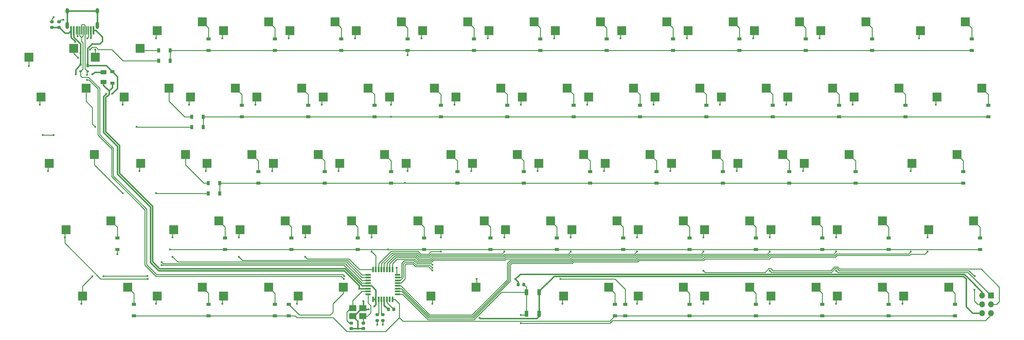
<source format=gbr>
G04 #@! TF.GenerationSoftware,KiCad,Pcbnew,(6.0.10)*
G04 #@! TF.CreationDate,2023-01-02T02:40:23+11:00*
G04 #@! TF.ProjectId,exp60,65787036-302e-46b6-9963-61645f706362,rev?*
G04 #@! TF.SameCoordinates,Original*
G04 #@! TF.FileFunction,Copper,L2,Bot*
G04 #@! TF.FilePolarity,Positive*
%FSLAX46Y46*%
G04 Gerber Fmt 4.6, Leading zero omitted, Abs format (unit mm)*
G04 Created by KiCad (PCBNEW (6.0.10)) date 2023-01-02 02:40:23*
%MOMM*%
%LPD*%
G01*
G04 APERTURE LIST*
G04 Aperture macros list*
%AMRoundRect*
0 Rectangle with rounded corners*
0 $1 Rounding radius*
0 $2 $3 $4 $5 $6 $7 $8 $9 X,Y pos of 4 corners*
0 Add a 4 corners polygon primitive as box body*
4,1,4,$2,$3,$4,$5,$6,$7,$8,$9,$2,$3,0*
0 Add four circle primitives for the rounded corners*
1,1,$1+$1,$2,$3*
1,1,$1+$1,$4,$5*
1,1,$1+$1,$6,$7*
1,1,$1+$1,$8,$9*
0 Add four rect primitives between the rounded corners*
20,1,$1+$1,$2,$3,$4,$5,0*
20,1,$1+$1,$4,$5,$6,$7,0*
20,1,$1+$1,$6,$7,$8,$9,0*
20,1,$1+$1,$8,$9,$2,$3,0*%
G04 Aperture macros list end*
G04 #@! TA.AperFunction,SMDPad,CuDef*
%ADD10R,2.550000X2.500000*%
G04 #@! TD*
G04 #@! TA.AperFunction,SMDPad,CuDef*
%ADD11R,1.200000X0.900000*%
G04 #@! TD*
G04 #@! TA.AperFunction,SMDPad,CuDef*
%ADD12R,2.100000X1.800000*%
G04 #@! TD*
G04 #@! TA.AperFunction,SMDPad,CuDef*
%ADD13R,0.700000X1.000000*%
G04 #@! TD*
G04 #@! TA.AperFunction,SMDPad,CuDef*
%ADD14R,0.700000X0.600000*%
G04 #@! TD*
G04 #@! TA.AperFunction,SMDPad,CuDef*
%ADD15R,0.900000X1.200000*%
G04 #@! TD*
G04 #@! TA.AperFunction,SMDPad,CuDef*
%ADD16RoundRect,0.200000X0.275000X-0.200000X0.275000X0.200000X-0.275000X0.200000X-0.275000X-0.200000X0*%
G04 #@! TD*
G04 #@! TA.AperFunction,SMDPad,CuDef*
%ADD17RoundRect,0.250000X0.625000X-0.375000X0.625000X0.375000X-0.625000X0.375000X-0.625000X-0.375000X0*%
G04 #@! TD*
G04 #@! TA.AperFunction,SMDPad,CuDef*
%ADD18RoundRect,0.225000X-0.250000X0.225000X-0.250000X-0.225000X0.250000X-0.225000X0.250000X0.225000X0*%
G04 #@! TD*
G04 #@! TA.AperFunction,SMDPad,CuDef*
%ADD19R,1.600000X0.550000*%
G04 #@! TD*
G04 #@! TA.AperFunction,SMDPad,CuDef*
%ADD20R,0.550000X1.600000*%
G04 #@! TD*
G04 #@! TA.AperFunction,ComponentPad*
%ADD21R,1.700000X1.700000*%
G04 #@! TD*
G04 #@! TA.AperFunction,ComponentPad*
%ADD22O,1.700000X1.700000*%
G04 #@! TD*
G04 #@! TA.AperFunction,SMDPad,CuDef*
%ADD23R,1.100000X1.800000*%
G04 #@! TD*
G04 #@! TA.AperFunction,SMDPad,CuDef*
%ADD24R,0.600000X2.450000*%
G04 #@! TD*
G04 #@! TA.AperFunction,SMDPad,CuDef*
%ADD25R,0.300000X2.450000*%
G04 #@! TD*
G04 #@! TA.AperFunction,ComponentPad*
%ADD26O,1.000000X2.100000*%
G04 #@! TD*
G04 #@! TA.AperFunction,ComponentPad*
%ADD27O,1.000000X1.600000*%
G04 #@! TD*
G04 #@! TA.AperFunction,SMDPad,CuDef*
%ADD28RoundRect,0.200000X-0.275000X0.200000X-0.275000X-0.200000X0.275000X-0.200000X0.275000X0.200000X0*%
G04 #@! TD*
G04 #@! TA.AperFunction,SMDPad,CuDef*
%ADD29RoundRect,0.225000X0.225000X0.250000X-0.225000X0.250000X-0.225000X-0.250000X0.225000X-0.250000X0*%
G04 #@! TD*
G04 #@! TA.AperFunction,SMDPad,CuDef*
%ADD30RoundRect,0.200000X0.200000X0.275000X-0.200000X0.275000X-0.200000X-0.275000X0.200000X-0.275000X0*%
G04 #@! TD*
G04 #@! TA.AperFunction,ViaPad*
%ADD31C,0.600000*%
G04 #@! TD*
G04 #@! TA.AperFunction,Conductor*
%ADD32C,0.250000*%
G04 #@! TD*
G04 #@! TA.AperFunction,Conductor*
%ADD33C,0.381000*%
G04 #@! TD*
G04 #@! TA.AperFunction,Conductor*
%ADD34C,0.261112*%
G04 #@! TD*
G04 APERTURE END LIST*
D10*
X120995000Y-109665000D03*
X133922000Y-107125000D03*
X144807500Y-128715000D03*
X157734500Y-126175000D03*
X163857500Y-128715000D03*
X176784500Y-126175000D03*
X328163750Y-128715000D03*
X341090750Y-126175000D03*
X268632500Y-166815000D03*
X281559500Y-164275000D03*
X173382500Y-147765000D03*
X186309500Y-145225000D03*
X135282500Y-147765000D03*
X148209500Y-145225000D03*
X130520000Y-90615000D03*
X143447000Y-88075000D03*
X151951250Y-166815000D03*
X164878250Y-164275000D03*
X332926250Y-147765000D03*
X345853250Y-145225000D03*
X216245000Y-109665000D03*
X229172000Y-107125000D03*
X330545000Y-90615000D03*
X343472000Y-88075000D03*
X190051250Y-166815000D03*
X202978250Y-164275000D03*
X297207500Y-128715000D03*
X310134500Y-126175000D03*
X225770000Y-90615000D03*
X238697000Y-88075000D03*
X228151250Y-166815000D03*
X241078250Y-164275000D03*
X85276250Y-147765000D03*
X98203250Y-145225000D03*
X106590000Y-95695000D03*
X93663000Y-98235000D03*
X106707500Y-128715000D03*
X119634500Y-126175000D03*
X78132500Y-109665000D03*
X91059500Y-107125000D03*
X111470000Y-166815000D03*
X124397000Y-164275000D03*
X149570000Y-90615000D03*
X162497000Y-88075000D03*
X90038750Y-166815000D03*
X102965750Y-164275000D03*
X159095000Y-109665000D03*
X172022000Y-107125000D03*
X282920000Y-90615000D03*
X295847000Y-88075000D03*
X235295000Y-109665000D03*
X248222000Y-107125000D03*
X192432500Y-147765000D03*
X205359500Y-145225000D03*
X268632500Y-147765000D03*
X281559500Y-145225000D03*
X292445000Y-109665000D03*
X305372000Y-107125000D03*
X287682500Y-147765000D03*
X300609500Y-145225000D03*
X130520000Y-166815000D03*
X143447000Y-164275000D03*
X335307500Y-109665000D03*
X348234500Y-107125000D03*
X244820000Y-90615000D03*
X257747000Y-88075000D03*
X259107500Y-128715000D03*
X272034500Y-126175000D03*
X263870000Y-90615000D03*
X276797000Y-88075000D03*
X278157500Y-128715000D03*
X291084500Y-126175000D03*
X301970000Y-90615000D03*
X314897000Y-88075000D03*
X125757500Y-128715000D03*
X138684500Y-126175000D03*
X101945000Y-109665000D03*
X114872000Y-107125000D03*
X273395000Y-109665000D03*
X286322000Y-107125000D03*
X168620000Y-90615000D03*
X181547000Y-88075000D03*
X249582500Y-147765000D03*
X262509500Y-145225000D03*
X211482500Y-147765000D03*
X224409500Y-145225000D03*
X306732500Y-147765000D03*
X319659500Y-145225000D03*
X249582500Y-166815000D03*
X262509500Y-164275000D03*
X116232500Y-147765000D03*
X129159500Y-145225000D03*
X111470000Y-90615000D03*
X124397000Y-88075000D03*
X287682500Y-166815000D03*
X300609500Y-164275000D03*
X80513750Y-128715000D03*
X93440750Y-126175000D03*
X311495000Y-109665000D03*
X324422000Y-107125000D03*
X197195000Y-109665000D03*
X210122000Y-107125000D03*
X325782500Y-166815000D03*
X338709500Y-164275000D03*
X201957500Y-128715000D03*
X214884500Y-126175000D03*
X87540000Y-95695000D03*
X74613000Y-98235000D03*
X206720000Y-90615000D03*
X219647000Y-88075000D03*
X230532500Y-147765000D03*
X243459500Y-145225000D03*
X182907500Y-128715000D03*
X195834500Y-126175000D03*
X306732500Y-166815000D03*
X319659500Y-164275000D03*
X140045000Y-109665000D03*
X152972000Y-107125000D03*
X240057500Y-128715000D03*
X252984500Y-126175000D03*
X187670000Y-90615000D03*
X200597000Y-88075000D03*
X178145000Y-109665000D03*
X191072000Y-107125000D03*
X221007500Y-128715000D03*
X233934500Y-126175000D03*
X254345000Y-109665000D03*
X267272000Y-107125000D03*
X154332500Y-147765000D03*
X167259500Y-145225000D03*
D11*
X98631250Y-102431250D03*
X98631250Y-105731250D03*
X269081250Y-115355000D03*
X269081250Y-112055000D03*
X302418750Y-172505000D03*
X302418750Y-169205000D03*
X197643750Y-134405000D03*
X197643750Y-131105000D03*
D12*
X170518750Y-172600000D03*
X167618750Y-172600000D03*
X167618750Y-170300000D03*
X170518750Y-170300000D03*
D11*
X211931250Y-115355000D03*
X211931250Y-112055000D03*
D13*
X91487500Y-100606250D03*
D14*
X91487500Y-102306250D03*
X89487500Y-102306250D03*
X89487500Y-100406250D03*
D11*
X288131250Y-115355000D03*
X288131250Y-112055000D03*
X273843750Y-134405000D03*
X273843750Y-131105000D03*
X307181250Y-115355000D03*
X307181250Y-112055000D03*
X345281250Y-96305000D03*
X345281250Y-93005000D03*
X283368750Y-172505000D03*
X283368750Y-169205000D03*
X202406250Y-96305000D03*
X202406250Y-93005000D03*
D15*
X129443750Y-137350000D03*
X126143750Y-137350000D03*
D16*
X83250000Y-89725000D03*
X83250000Y-88075000D03*
D11*
X230981250Y-115355000D03*
X230981250Y-112055000D03*
D15*
X115156250Y-96300000D03*
X111856250Y-96300000D03*
D11*
X207168750Y-153455000D03*
X207168750Y-150155000D03*
X350043750Y-115355000D03*
X350043750Y-112055000D03*
X183356250Y-96305000D03*
X183356250Y-93005000D03*
D17*
X96050000Y-105381250D03*
X96050000Y-102581250D03*
D11*
X242887500Y-172505000D03*
X242887500Y-169205000D03*
X104775000Y-172505000D03*
X104775000Y-169205000D03*
X126206250Y-96305000D03*
X126206250Y-93005000D03*
D18*
X167175000Y-174643750D03*
X167175000Y-176193750D03*
D11*
X145256250Y-172505000D03*
X145256250Y-169205000D03*
X321468750Y-172505000D03*
X321468750Y-169205000D03*
D19*
X171962500Y-166312500D03*
X171962500Y-165512500D03*
X171962500Y-164712500D03*
X171962500Y-163912500D03*
X171962500Y-163112500D03*
X171962500Y-162312500D03*
X171962500Y-161512500D03*
X171962500Y-160712500D03*
D20*
X173412500Y-159262500D03*
X174212500Y-159262500D03*
X175012500Y-159262500D03*
X175812500Y-159262500D03*
X176612500Y-159262500D03*
X177412500Y-159262500D03*
X178212500Y-159262500D03*
X179012500Y-159262500D03*
D19*
X180462500Y-160712500D03*
X180462500Y-161512500D03*
X180462500Y-162312500D03*
X180462500Y-163112500D03*
X180462500Y-163912500D03*
X180462500Y-164712500D03*
X180462500Y-165512500D03*
X180462500Y-166312500D03*
D20*
X179012500Y-167762500D03*
X178212500Y-167762500D03*
X177412500Y-167762500D03*
X176612500Y-167762500D03*
X175812500Y-167762500D03*
X175012500Y-167762500D03*
X174212500Y-167762500D03*
X173412500Y-167762500D03*
D11*
X100012500Y-153455000D03*
X100012500Y-150155000D03*
X342900000Y-134405000D03*
X342900000Y-131105000D03*
X245268750Y-153455000D03*
X245268750Y-150155000D03*
X159543750Y-134405000D03*
X159543750Y-131105000D03*
X226218750Y-153455000D03*
X226218750Y-150155000D03*
X173831250Y-115355000D03*
X173831250Y-112055000D03*
D21*
X350837500Y-166687500D03*
D22*
X348297500Y-166687500D03*
X350837500Y-169227500D03*
X348297500Y-169227500D03*
X350837500Y-171767500D03*
X348297500Y-171767500D03*
D15*
X124681250Y-118300000D03*
X121381250Y-118300000D03*
D11*
X321468750Y-153455000D03*
X321468750Y-150155000D03*
X254793750Y-134405000D03*
X254793750Y-131105000D03*
X154781250Y-115355000D03*
X154781250Y-112055000D03*
X311943750Y-134405000D03*
X311943750Y-131105000D03*
D18*
X170656250Y-174643750D03*
X170656250Y-176193750D03*
D11*
X149225000Y-172505000D03*
X149225000Y-169205000D03*
X164306250Y-96305000D03*
X164306250Y-93005000D03*
X240506250Y-96305000D03*
X240506250Y-93005000D03*
X297656250Y-96305000D03*
X297656250Y-93005000D03*
X347662500Y-153455000D03*
X347662500Y-150155000D03*
D23*
X217431250Y-171962500D03*
X217431250Y-165762500D03*
X221131250Y-165762500D03*
X221131250Y-171962500D03*
D24*
X86755000Y-90548650D03*
X87530000Y-90548650D03*
D25*
X88230000Y-90548650D03*
X88730000Y-90548650D03*
X89230000Y-90548650D03*
X89730000Y-90548650D03*
X90230000Y-90548650D03*
X90730000Y-90548650D03*
X91230000Y-90548650D03*
X91730000Y-90548650D03*
D24*
X92430000Y-90548650D03*
X93205000Y-90548650D03*
D26*
X94300000Y-89133650D03*
X85660000Y-89133650D03*
D27*
X85660000Y-84953650D03*
X94300000Y-84953650D03*
D11*
X188118750Y-153455000D03*
X188118750Y-150155000D03*
X126206250Y-172505000D03*
X126206250Y-169205000D03*
X259556250Y-96305000D03*
X259556250Y-93005000D03*
D28*
X174625000Y-172212500D03*
X174625000Y-173862500D03*
D11*
X145256250Y-96305000D03*
X145256250Y-93005000D03*
D15*
X129443750Y-134400000D03*
X126143750Y-134400000D03*
D11*
X169068750Y-153455000D03*
X169068750Y-150155000D03*
X283368750Y-153455000D03*
X283368750Y-150155000D03*
X140493750Y-134405000D03*
X140493750Y-131105000D03*
X216693750Y-134405000D03*
X216693750Y-131105000D03*
D15*
X124681250Y-115350000D03*
X121381250Y-115350000D03*
D11*
X340518750Y-172505000D03*
X340518750Y-169205000D03*
X130968750Y-153455000D03*
X130968750Y-150155000D03*
X316706250Y-96305000D03*
X316706250Y-93005000D03*
X150018750Y-153455000D03*
X150018750Y-150155000D03*
X235743750Y-134405000D03*
X235743750Y-131105000D03*
X292893750Y-134405000D03*
X292893750Y-131105000D03*
X250031250Y-115355000D03*
X250031250Y-112055000D03*
D16*
X81280000Y-89725000D03*
X81280000Y-88075000D03*
D11*
X178593750Y-134405000D03*
X178593750Y-131105000D03*
X221456250Y-96305000D03*
X221456250Y-93005000D03*
X264318750Y-172505000D03*
X264318750Y-169205000D03*
D28*
X176212500Y-172212500D03*
X176212500Y-173862500D03*
D11*
X192881250Y-115355000D03*
X192881250Y-112055000D03*
X264318750Y-153455000D03*
X264318750Y-150155000D03*
X278606250Y-96305000D03*
X278606250Y-93005000D03*
X302418750Y-153455000D03*
X302418750Y-150155000D03*
D29*
X179368750Y-170656250D03*
X177818750Y-170656250D03*
D15*
X115156250Y-99250000D03*
X111856250Y-99250000D03*
D11*
X245837500Y-172505000D03*
X245837500Y-169205000D03*
D30*
X216725000Y-163512500D03*
X215075000Y-163512500D03*
D11*
X135731250Y-115355000D03*
X135731250Y-112055000D03*
X326231250Y-115355000D03*
X326231250Y-112055000D03*
D31*
X172179892Y-170630680D03*
X204018257Y-173104427D03*
X92868750Y-94456250D03*
X176897253Y-169796000D03*
X169475000Y-164712500D03*
X87906471Y-93862279D03*
X96837500Y-108743750D03*
X170656250Y-168275000D03*
X98516029Y-108743750D03*
X214267786Y-161969714D03*
X173740221Y-169771471D03*
X88797500Y-98425000D03*
X92177500Y-96043750D03*
X93662500Y-118268750D03*
X105568750Y-118268750D03*
X111125000Y-137318750D03*
X101600000Y-137318750D03*
X203200000Y-161925000D03*
X227181750Y-161925000D03*
X92868750Y-103187500D03*
X92450000Y-92750000D03*
X89487500Y-97043750D03*
X88106250Y-103187500D03*
X292100000Y-111918750D03*
X301625000Y-92868750D03*
X306387500Y-169068750D03*
X306387500Y-150018750D03*
X296862500Y-130968750D03*
X306387500Y-159543750D03*
X306387500Y-154079500D03*
X263525000Y-92868750D03*
X268287500Y-159543750D03*
X268287500Y-150018750D03*
X268287500Y-154079500D03*
X254000000Y-111918750D03*
X268287500Y-169068750D03*
X258762500Y-130968750D03*
X287337500Y-150018750D03*
X287337500Y-159543750D03*
X277812500Y-130968750D03*
X287337500Y-169068750D03*
X287337500Y-154079500D03*
X346075000Y-165100000D03*
X346119714Y-161086536D03*
X273050000Y-111918750D03*
X282575000Y-92868750D03*
X215900000Y-172243750D03*
X215900000Y-174625000D03*
X112712500Y-157956250D03*
X77787500Y-111918750D03*
X108743750Y-161925000D03*
X74612500Y-100806250D03*
X80168750Y-130968750D03*
X84931250Y-150018750D03*
X108699036Y-161086536D03*
X112712500Y-157117786D03*
X89693750Y-169068750D03*
X93662500Y-96043750D03*
X92868750Y-161131250D03*
X78581250Y-120650000D03*
X96043750Y-161131250D03*
X81756250Y-120650000D03*
X101600000Y-111918750D03*
X115887500Y-155575000D03*
X111125000Y-169068750D03*
X106362500Y-130968750D03*
X115887500Y-150018750D03*
X111125000Y-92868750D03*
X125412500Y-130968750D03*
X130175000Y-169068750D03*
X120650000Y-111918750D03*
X130175000Y-92868750D03*
X134937500Y-155575000D03*
X134937500Y-150018750D03*
X149225000Y-92868750D03*
X144462500Y-130968750D03*
X153987500Y-155575000D03*
X139700000Y-111918750D03*
X151606250Y-169068750D03*
X153987500Y-150018750D03*
X173037500Y-154079500D03*
X168275000Y-92868750D03*
X158750000Y-111918750D03*
X163512500Y-130968750D03*
X173037500Y-150018750D03*
X183356250Y-130968750D03*
X190500000Y-169068750D03*
X178593750Y-111918750D03*
X187325000Y-92868750D03*
X192881250Y-150018750D03*
X192881250Y-154079500D03*
X196850000Y-111918750D03*
X201612500Y-130968750D03*
X211137500Y-150018750D03*
X211137500Y-154079500D03*
X206375000Y-92868750D03*
X230187500Y-150018750D03*
X225425000Y-92868750D03*
X230187500Y-154079500D03*
X220662500Y-130968750D03*
X215900000Y-111918750D03*
X227806250Y-169068750D03*
X239712500Y-130968750D03*
X249237500Y-154079500D03*
X249237500Y-169068750D03*
X249237500Y-150018750D03*
X234950000Y-111918750D03*
X244475000Y-92868750D03*
X311150000Y-111918750D03*
X327818750Y-154079500D03*
X325437500Y-169068750D03*
X327818750Y-130968750D03*
X334962500Y-111918750D03*
X330200000Y-92868750D03*
X332581250Y-154079500D03*
X332581250Y-150018750D03*
X177800000Y-153455000D03*
X115093750Y-153450000D03*
X180181250Y-158750000D03*
X100012500Y-154781250D03*
X190500000Y-157900030D03*
X182562500Y-134350000D03*
X178593750Y-115350000D03*
X190500000Y-158699533D03*
X190500000Y-159499036D03*
X183356250Y-97631250D03*
X91281250Y-104775000D03*
X176212500Y-175021875D03*
X165100000Y-161925000D03*
X91281250Y-103351194D03*
X165145766Y-161079731D03*
X174625000Y-175021875D03*
X91360056Y-92868750D03*
X81756250Y-86750000D03*
X84500000Y-87500000D03*
X88630002Y-92277047D03*
D32*
X179368750Y-170656250D02*
X177412500Y-168700000D01*
X177412500Y-168700000D02*
X177412500Y-167762500D01*
D33*
X91487500Y-95757235D02*
X91487500Y-100606250D01*
X169475000Y-163881936D02*
X165136814Y-159543750D01*
X96806250Y-100606250D02*
X91487500Y-100606250D01*
X165136814Y-159543750D02*
X111918750Y-159543750D01*
X167618750Y-172600000D02*
X169068750Y-174050000D01*
X96043750Y-109537500D02*
X96837500Y-108743750D01*
X177757503Y-170656250D02*
X177818750Y-170656250D01*
X167918750Y-172600000D02*
X167618750Y-172600000D01*
X176897253Y-169796000D02*
X177757503Y-170656250D01*
X342900000Y-161131250D02*
X343693750Y-161925000D01*
X343693750Y-169862500D02*
X345598750Y-171767500D01*
X221131250Y-171962500D02*
X221131250Y-165762500D01*
X170656250Y-168275000D02*
X170656250Y-170162500D01*
X93205000Y-90548650D02*
X93886000Y-90548650D01*
X167175000Y-176193750D02*
X170656250Y-176193750D01*
X172179892Y-170630680D02*
X170849430Y-170630680D01*
X204166830Y-173253000D02*
X220460158Y-173253000D01*
X100012500Y-123825000D02*
X96043750Y-119856250D01*
X109537500Y-141287500D02*
X100012500Y-131762500D01*
X92868750Y-94456250D02*
X92788485Y-94456250D01*
X92883001Y-94470501D02*
X92868750Y-94456250D01*
X221131250Y-165425000D02*
X225425000Y-161131250D01*
X95740501Y-93699899D02*
X94969899Y-94470501D01*
X170518750Y-170300000D02*
X170218750Y-170300000D01*
X111918750Y-159543750D02*
X109537500Y-157162500D01*
X220460158Y-173253000D02*
X221131250Y-172581908D01*
X94969899Y-94470501D02*
X92883001Y-94470501D01*
X86755000Y-90548650D02*
X86755000Y-92556658D01*
X170656250Y-170162500D02*
X170518750Y-170300000D01*
X96043750Y-119856250D02*
X96043750Y-109537500D01*
X84931250Y-91281250D02*
X86022400Y-91281250D01*
X100012500Y-107247279D02*
X98516029Y-108743750D01*
X176612500Y-169511247D02*
X176612500Y-167762500D01*
X92788485Y-94456250D02*
X91487500Y-95757235D01*
X98631250Y-102431250D02*
X96806250Y-100606250D01*
X100012500Y-131762500D02*
X100012500Y-123825000D01*
X170218750Y-170300000D02*
X167918750Y-172600000D01*
X81280000Y-89725000D02*
X83250000Y-89725000D01*
X93886000Y-90548650D02*
X95740501Y-92403151D01*
X86755000Y-92556658D02*
X87906471Y-93708129D01*
X169475000Y-164712500D02*
X169475000Y-163881936D01*
X221131250Y-172581908D02*
X221131250Y-171962500D01*
X204018257Y-173104427D02*
X204166830Y-173253000D01*
X343693750Y-161925000D02*
X343693750Y-169862500D01*
X87906471Y-93708129D02*
X87906471Y-93862279D01*
X345598750Y-171767500D02*
X348297500Y-171767500D01*
X225425000Y-161131250D02*
X342900000Y-161131250D01*
X83250000Y-89725000D02*
X83375000Y-89725000D01*
X169068750Y-174050000D02*
X169068750Y-176212500D01*
X86022400Y-91281250D02*
X86755000Y-90548650D01*
X98631250Y-102431250D02*
X100012500Y-103812500D01*
X100012500Y-103812500D02*
X100012500Y-107247279D01*
X109537500Y-157162500D02*
X109537500Y-141287500D01*
X169475000Y-164712500D02*
X171962500Y-164712500D01*
X170849430Y-170630680D02*
X170518750Y-170300000D01*
X95740501Y-92403151D02*
X95740501Y-93699899D01*
X83375000Y-89725000D02*
X84931250Y-91281250D01*
X176897253Y-169796000D02*
X176612500Y-169511247D01*
X221131250Y-165762500D02*
X221131250Y-165425000D01*
D32*
X171962500Y-168787500D02*
X172804892Y-169629892D01*
X172804892Y-169629892D02*
X172804892Y-171613858D01*
X170656250Y-174643750D02*
X170656250Y-172737500D01*
X170656250Y-172737500D02*
X170518750Y-172600000D01*
X171962500Y-166312500D02*
X171962500Y-168787500D01*
X172804892Y-171613858D02*
X171818750Y-172600000D01*
X171818750Y-172600000D02*
X170518750Y-172600000D01*
X165893750Y-173831250D02*
X165893750Y-171450000D01*
X166706250Y-174643750D02*
X165893750Y-173831250D01*
X167618750Y-168075000D02*
X167618750Y-170300000D01*
X171962500Y-165512500D02*
X170181250Y-165512500D01*
X167043750Y-170300000D02*
X167618750Y-170300000D01*
X165893750Y-171450000D02*
X167043750Y-170300000D01*
X170181250Y-165512500D02*
X167618750Y-168075000D01*
X167175000Y-174643750D02*
X166706250Y-174643750D01*
D33*
X170327222Y-163912500D02*
X171962500Y-163912500D01*
X215075000Y-162776928D02*
X214267786Y-161969714D01*
X97123515Y-109434250D02*
X96968658Y-109434250D01*
X96050000Y-105381250D02*
X96050000Y-106368750D01*
X215687250Y-160550250D02*
X343140658Y-160550250D01*
X97631250Y-107950000D02*
X98631250Y-106950000D01*
X344274750Y-161712250D02*
X348297500Y-165735000D01*
X174212500Y-169299192D02*
X173740221Y-169771471D01*
X174212500Y-165112500D02*
X173012500Y-163912500D01*
X165377472Y-158962750D02*
X170327222Y-163912500D01*
X348297500Y-165735000D02*
X348297500Y-166687500D01*
X96050000Y-106368750D02*
X97631250Y-107950000D01*
X215075000Y-163512500D02*
X215075000Y-162776928D01*
X174212500Y-167762500D02*
X174212500Y-165112500D01*
X110118500Y-156921842D02*
X112159408Y-158962750D01*
X174212500Y-167762500D02*
X174212500Y-169299192D01*
X96624750Y-119615592D02*
X100593500Y-123584342D01*
X98631250Y-106950000D02*
X98631250Y-105731250D01*
X100593500Y-123584342D02*
X100593500Y-131521842D01*
X173412500Y-167762500D02*
X174212500Y-167762500D01*
X110118500Y-141046842D02*
X110118500Y-156921842D01*
X173012500Y-163912500D02*
X171962500Y-163912500D01*
X214267786Y-161969714D02*
X215687250Y-160550250D01*
X100593500Y-131521842D02*
X110118500Y-141046842D01*
X112159408Y-158962750D02*
X165377472Y-158962750D01*
X343140658Y-160550250D02*
X344274750Y-161684342D01*
X96624750Y-109778158D02*
X96624750Y-119615592D01*
X97631250Y-108926515D02*
X97123515Y-109434250D01*
X96968658Y-109434250D02*
X96624750Y-109778158D01*
X97631250Y-107950000D02*
X97631250Y-108926515D01*
X344274750Y-161684342D02*
X344274750Y-161712250D01*
D32*
X98425000Y-96043750D02*
X101631250Y-99250000D01*
X87540000Y-97167500D02*
X87540000Y-95695000D01*
X88797500Y-98425000D02*
X87540000Y-97167500D01*
X94546384Y-96043750D02*
X98425000Y-96043750D01*
X92177500Y-96043750D02*
X92802500Y-95418750D01*
X101631250Y-99250000D02*
X111856250Y-99250000D01*
X93921384Y-95418750D02*
X94546384Y-96043750D01*
X92802500Y-95418750D02*
X93921384Y-95418750D01*
X111856250Y-96300000D02*
X107195000Y-96300000D01*
X107195000Y-96300000D02*
X106590000Y-95695000D01*
X126206250Y-93005000D02*
X126206250Y-89884250D01*
X126206250Y-89884250D02*
X124397000Y-88075000D01*
X145256250Y-89884250D02*
X143447000Y-88075000D01*
X145256250Y-93005000D02*
X145256250Y-89884250D01*
X164306250Y-89884250D02*
X162497000Y-88075000D01*
X164306250Y-93005000D02*
X164306250Y-89884250D01*
X183356250Y-93005000D02*
X183356250Y-89884250D01*
X183356250Y-89884250D02*
X181547000Y-88075000D01*
X202406250Y-93005000D02*
X202406250Y-89884250D01*
X202406250Y-89884250D02*
X200597000Y-88075000D01*
X221456250Y-93005000D02*
X221456250Y-89884250D01*
X221456250Y-89884250D02*
X219647000Y-88075000D01*
X240506250Y-93005000D02*
X240506250Y-89884250D01*
X240506250Y-89884250D02*
X238697000Y-88075000D01*
X259556250Y-93005000D02*
X259556250Y-89884250D01*
X259556250Y-89884250D02*
X257747000Y-88075000D01*
X278606250Y-93005000D02*
X278606250Y-89884250D01*
X278606250Y-89884250D02*
X276797000Y-88075000D01*
X297656250Y-93005000D02*
X297656250Y-89884250D01*
X297656250Y-89884250D02*
X295847000Y-88075000D01*
X316706250Y-93005000D02*
X316706250Y-89884250D01*
X316706250Y-89884250D02*
X314897000Y-88075000D01*
X345281250Y-89884250D02*
X343472000Y-88075000D01*
X345281250Y-93005000D02*
X345281250Y-89884250D01*
X105568750Y-118268750D02*
X105600000Y-118300000D01*
X91059500Y-110903250D02*
X92868750Y-112712500D01*
X91059500Y-107125000D02*
X91059500Y-110903250D01*
X92868750Y-112712500D02*
X92868750Y-117475000D01*
X92868750Y-117475000D02*
X93662500Y-118268750D01*
X105600000Y-118300000D02*
X121381250Y-118300000D01*
X121381250Y-115350000D02*
X119318750Y-115350000D01*
X119318750Y-115350000D02*
X114872000Y-110903250D01*
X114872000Y-110903250D02*
X114872000Y-107125000D01*
X135731250Y-112055000D02*
X135731250Y-108934250D01*
X135731250Y-108934250D02*
X133922000Y-107125000D01*
X154781250Y-112055000D02*
X154781250Y-108934250D01*
X154781250Y-108934250D02*
X152972000Y-107125000D01*
X173831250Y-112055000D02*
X173831250Y-108934250D01*
X173831250Y-108934250D02*
X172022000Y-107125000D01*
X192881250Y-112055000D02*
X192881250Y-108934250D01*
X192881250Y-108934250D02*
X191072000Y-107125000D01*
X211931250Y-112055000D02*
X211931250Y-108934250D01*
X211931250Y-108934250D02*
X210122000Y-107125000D01*
X230981250Y-108934250D02*
X229172000Y-107125000D01*
X230981250Y-112055000D02*
X230981250Y-108934250D01*
X250031250Y-112055000D02*
X250031250Y-108934250D01*
X250031250Y-108934250D02*
X248222000Y-107125000D01*
X269081250Y-108934250D02*
X267272000Y-107125000D01*
X269081250Y-112055000D02*
X269081250Y-108934250D01*
X288131250Y-112055000D02*
X288131250Y-108934250D01*
X288131250Y-108934250D02*
X286322000Y-107125000D01*
X307181250Y-108934250D02*
X305372000Y-107125000D01*
X307181250Y-112055000D02*
X307181250Y-108934250D01*
X326231250Y-112055000D02*
X326231250Y-108934250D01*
X326231250Y-108934250D02*
X324422000Y-107125000D01*
X350043750Y-112055000D02*
X350043750Y-108934250D01*
X350043750Y-108934250D02*
X348234500Y-107125000D01*
X93440750Y-129159500D02*
X93440750Y-126175000D01*
X101600000Y-137318750D02*
X93440750Y-129159500D01*
X111156250Y-137350000D02*
X126143750Y-137350000D01*
X111125000Y-137318750D02*
X111156250Y-137350000D01*
X119634500Y-126175000D02*
X119634500Y-129159500D01*
X119634500Y-129159500D02*
X124875000Y-134400000D01*
X124875000Y-134400000D02*
X126143750Y-134400000D01*
X140493750Y-131105000D02*
X140493750Y-127984250D01*
X140493750Y-127984250D02*
X138684500Y-126175000D01*
X159543750Y-127984250D02*
X157734500Y-126175000D01*
X159543750Y-131105000D02*
X159543750Y-127984250D01*
X178593750Y-131105000D02*
X178593750Y-127984250D01*
X178593750Y-127984250D02*
X176784500Y-126175000D01*
X197643750Y-127984250D02*
X195834500Y-126175000D01*
X197643750Y-131105000D02*
X197643750Y-127984250D01*
X216693750Y-127984250D02*
X214884500Y-126175000D01*
X216693750Y-131105000D02*
X216693750Y-127984250D01*
X235743750Y-127984250D02*
X233934500Y-126175000D01*
X235743750Y-131105000D02*
X235743750Y-127984250D01*
X254793750Y-131105000D02*
X254793750Y-127984250D01*
X254793750Y-127984250D02*
X252984500Y-126175000D01*
X273843750Y-131105000D02*
X273843750Y-127984250D01*
X273843750Y-127984250D02*
X272034500Y-126175000D01*
X292893750Y-127984250D02*
X291084500Y-126175000D01*
X292893750Y-131105000D02*
X292893750Y-127984250D01*
X311943750Y-131105000D02*
X311943750Y-127984250D01*
X311943750Y-127984250D02*
X310134500Y-126175000D01*
X342900000Y-131105000D02*
X342900000Y-127984250D01*
X342900000Y-127984250D02*
X341090750Y-126175000D01*
X100012500Y-150155000D02*
X100012500Y-147034250D01*
X100012500Y-147034250D02*
X98203250Y-145225000D01*
X130968750Y-150155000D02*
X130968750Y-147034250D01*
X130968750Y-147034250D02*
X129159500Y-145225000D01*
X150018750Y-147034250D02*
X148209500Y-145225000D01*
X150018750Y-150155000D02*
X150018750Y-147034250D01*
X169068750Y-147034250D02*
X167259500Y-145225000D01*
X169068750Y-150155000D02*
X169068750Y-147034250D01*
X188118750Y-147034250D02*
X186309500Y-145225000D01*
X188118750Y-150155000D02*
X188118750Y-147034250D01*
X207168750Y-147034250D02*
X205359500Y-145225000D01*
X207168750Y-150155000D02*
X207168750Y-147034250D01*
X226218750Y-147034250D02*
X224409500Y-145225000D01*
X226218750Y-150155000D02*
X226218750Y-147034250D01*
X245268750Y-150155000D02*
X245268750Y-147034250D01*
X245268750Y-147034250D02*
X243459500Y-145225000D01*
X264318750Y-150155000D02*
X264318750Y-147034250D01*
X264318750Y-147034250D02*
X262509500Y-145225000D01*
X283368750Y-147034250D02*
X281559500Y-145225000D01*
X283368750Y-150155000D02*
X283368750Y-147034250D01*
X302418750Y-147034250D02*
X300609500Y-145225000D01*
X302418750Y-150155000D02*
X302418750Y-147034250D01*
X321468750Y-150155000D02*
X321468750Y-147034250D01*
X321468750Y-147034250D02*
X319659500Y-145225000D01*
X347662500Y-150155000D02*
X347662500Y-147034250D01*
X347662500Y-147034250D02*
X345853250Y-145225000D01*
X104775000Y-166084250D02*
X102965750Y-164275000D01*
X104775000Y-169205000D02*
X104775000Y-166084250D01*
X126206250Y-169205000D02*
X126206250Y-166084250D01*
X126206250Y-166084250D02*
X124397000Y-164275000D01*
X145256250Y-166084250D02*
X143447000Y-164275000D01*
X145256250Y-169205000D02*
X145256250Y-166084250D01*
X161925000Y-169068750D02*
X164878250Y-166115500D01*
X152263750Y-172243750D02*
X161131250Y-172243750D01*
X164878250Y-166115500D02*
X164878250Y-164275000D01*
X161925000Y-171450000D02*
X161925000Y-169068750D01*
X149225000Y-169205000D02*
X152263750Y-172243750D01*
X161131250Y-172243750D02*
X161925000Y-171450000D01*
X203200000Y-164053250D02*
X202978250Y-164275000D01*
X242887500Y-161925000D02*
X245837500Y-164875000D01*
X227181750Y-161925000D02*
X242887500Y-161925000D01*
X245837500Y-164875000D02*
X245837500Y-169205000D01*
X203200000Y-161925000D02*
X203200000Y-164053250D01*
X242887500Y-169205000D02*
X242887500Y-166084250D01*
X242887500Y-166084250D02*
X241078250Y-164275000D01*
X264318750Y-169205000D02*
X264318750Y-166084250D01*
X264318750Y-166084250D02*
X262509500Y-164275000D01*
X283368750Y-169205000D02*
X283368750Y-166084250D01*
X283368750Y-166084250D02*
X281559500Y-164275000D01*
X302418750Y-169205000D02*
X302418750Y-166084250D01*
X302418750Y-166084250D02*
X300609500Y-164275000D01*
X321468750Y-169205000D02*
X321468750Y-166084250D01*
X321468750Y-166084250D02*
X319659500Y-164275000D01*
X340518750Y-169205000D02*
X340518750Y-166084250D01*
X340518750Y-166084250D02*
X338709500Y-164275000D01*
D33*
X87530000Y-92510000D02*
X89487500Y-94467500D01*
X93475000Y-102581250D02*
X96050000Y-102581250D01*
D32*
X92430000Y-92730000D02*
X92450000Y-92750000D01*
D33*
X88106250Y-103187500D02*
X88106250Y-101787500D01*
X88106250Y-101787500D02*
X89487500Y-100406250D01*
X92868750Y-103187500D02*
X93475000Y-102581250D01*
X92430000Y-90548650D02*
X92430000Y-92730000D01*
X87530000Y-90548650D02*
X87530000Y-92510000D01*
X89487500Y-94467500D02*
X89487500Y-100406250D01*
D32*
X292100000Y-111918750D02*
X292100000Y-110010000D01*
X296862500Y-130968750D02*
X296862500Y-129060000D01*
X230681334Y-156131250D02*
X230231334Y-156581250D01*
X306387500Y-169068750D02*
X306387500Y-167160000D01*
X201843442Y-172243750D02*
X189706250Y-172243750D01*
X249452938Y-155681250D02*
X249002938Y-156131250D01*
X267958542Y-155681250D02*
X249452938Y-155681250D01*
X181375000Y-163912500D02*
X180462500Y-163912500D01*
X189706250Y-172243750D02*
X181375000Y-163912500D01*
X292100000Y-110010000D02*
X292445000Y-109665000D01*
X301625000Y-92868750D02*
X301625000Y-90960000D01*
X306387500Y-150018750D02*
X306387500Y-148110000D01*
X301625000Y-90960000D02*
X301970000Y-90615000D01*
X306387500Y-148110000D02*
X306732500Y-147765000D01*
X305685750Y-154781250D02*
X287272146Y-154781250D01*
X211931250Y-157477208D02*
X211931250Y-162155942D01*
X344184750Y-160034750D02*
X350837500Y-166687500D01*
X306387500Y-154079500D02*
X305685750Y-154781250D01*
X268408542Y-155231250D02*
X267958542Y-155681250D01*
X212827208Y-156581250D02*
X211931250Y-157477208D01*
X286822146Y-155231250D02*
X268408542Y-155231250D01*
X249002938Y-156131250D02*
X230681334Y-156131250D01*
X230231334Y-156581250D02*
X212827208Y-156581250D01*
X296862500Y-129060000D02*
X297207500Y-128715000D01*
X306878500Y-160034750D02*
X344184750Y-160034750D01*
X287272146Y-154781250D02*
X286822146Y-155231250D01*
X306387500Y-167160000D02*
X306732500Y-166815000D01*
X306387500Y-159543750D02*
X306878500Y-160034750D01*
X211931250Y-162155942D02*
X201843442Y-172243750D01*
X263525000Y-92868750D02*
X263525000Y-90960000D01*
X268778500Y-160034750D02*
X285962616Y-160034750D01*
X267585750Y-154781250D02*
X249080146Y-154781250D01*
X258762500Y-130968750D02*
X258762500Y-129060000D01*
X249080146Y-154781250D02*
X248630146Y-155231250D01*
X178212500Y-157543750D02*
X178212500Y-159262500D01*
X268287500Y-169068750D02*
X268287500Y-167160000D01*
X348006250Y-159093750D02*
X353218750Y-164306250D01*
X254000000Y-110010000D02*
X254345000Y-109665000D01*
X185598791Y-155787500D02*
X179968750Y-155787500D01*
X307457780Y-159093750D02*
X348006250Y-159093750D01*
X287078616Y-158918750D02*
X287596384Y-158918750D01*
X353218750Y-164306250D02*
X353218750Y-168433750D01*
X268287500Y-150018750D02*
X268287500Y-148110000D01*
X268287500Y-167160000D02*
X268632500Y-166815000D01*
X288221384Y-159543750D02*
X304867220Y-159543750D01*
X186392541Y-156581250D02*
X185598791Y-155787500D01*
X285962616Y-160034750D02*
X287078616Y-158918750D01*
X353218750Y-168433750D02*
X352425000Y-169227500D01*
X248630146Y-155231250D02*
X230308542Y-155231250D01*
X352425000Y-169227500D02*
X350837500Y-169227500D01*
X179968750Y-155787500D02*
X178212500Y-157543750D01*
X190100959Y-156581250D02*
X186392541Y-156581250D01*
X190627709Y-156054500D02*
X190100959Y-156581250D01*
X305942220Y-158468750D02*
X306832780Y-158468750D01*
X268287500Y-154079500D02*
X267585750Y-154781250D01*
X254000000Y-111918750D02*
X254000000Y-110010000D01*
X229858542Y-155681250D02*
X211510292Y-155681250D01*
X268287500Y-159543750D02*
X268778500Y-160034750D01*
X230308542Y-155231250D02*
X229858542Y-155681250D01*
X211137042Y-156054500D02*
X190627709Y-156054500D01*
X304867220Y-159543750D02*
X305942220Y-158468750D01*
X263525000Y-90960000D02*
X263870000Y-90615000D01*
X268287500Y-148110000D02*
X268632500Y-147765000D01*
X258762500Y-129060000D02*
X259107500Y-128715000D01*
X211510292Y-155681250D02*
X211137042Y-156054500D01*
X287596384Y-158918750D02*
X288221384Y-159543750D01*
X306832780Y-158468750D02*
X307457780Y-159093750D01*
X347027500Y-169227500D02*
X348297500Y-169227500D01*
X287337500Y-154079500D02*
X286635750Y-154781250D01*
X287337500Y-148110000D02*
X287682500Y-147765000D01*
X248816542Y-155681250D02*
X230494938Y-155681250D01*
X273050000Y-110010000D02*
X273395000Y-109665000D01*
X287337500Y-167160000D02*
X287682500Y-166815000D01*
X346075000Y-165100000D02*
X346075000Y-168275000D01*
X344487500Y-159543750D02*
X346075000Y-161131250D01*
X286635750Y-154781250D02*
X268222146Y-154781250D01*
X230494938Y-155681250D02*
X230044938Y-156131250D01*
X268222146Y-154781250D02*
X267772146Y-155231250D01*
X307271384Y-159543750D02*
X344487500Y-159543750D01*
X179012500Y-157537500D02*
X179012500Y-159262500D01*
X190814105Y-156504500D02*
X190287355Y-157031250D01*
X346075000Y-168275000D02*
X347027500Y-169227500D01*
X249266542Y-155231250D02*
X248816542Y-155681250D01*
X211696688Y-156131250D02*
X211323438Y-156504500D01*
X282575000Y-90960000D02*
X282920000Y-90615000D01*
X190287355Y-157031250D02*
X186206145Y-157031250D01*
X287828500Y-160034750D02*
X305012616Y-160034750D01*
X282575000Y-92868750D02*
X282575000Y-90960000D01*
X305012616Y-160034750D02*
X306128616Y-158918750D01*
X211323438Y-156504500D02*
X190814105Y-156504500D01*
X185412395Y-156237500D02*
X180312500Y-156237500D01*
X267772146Y-155231250D02*
X249266542Y-155231250D01*
X287337500Y-159543750D02*
X287828500Y-160034750D01*
X277812500Y-129060000D02*
X278157500Y-128715000D01*
X306128616Y-158918750D02*
X306646384Y-158918750D01*
X287337500Y-169068750D02*
X287337500Y-167160000D01*
X180312500Y-156237500D02*
X179012500Y-157537500D01*
X306646384Y-158918750D02*
X307271384Y-159543750D01*
X230044938Y-156131250D02*
X211696688Y-156131250D01*
X287337500Y-150018750D02*
X287337500Y-148110000D01*
X273050000Y-111918750D02*
X273050000Y-110010000D01*
X186206145Y-157031250D02*
X185412395Y-156237500D01*
X277812500Y-130968750D02*
X277812500Y-129060000D01*
X189147062Y-173593750D02*
X202402630Y-173593750D01*
X217431250Y-164218750D02*
X216725000Y-163512500D01*
X350837500Y-172243750D02*
X350837500Y-171767500D01*
X180462500Y-166312500D02*
X181865812Y-166312500D01*
X202402630Y-173593750D02*
X210233880Y-165762500D01*
X217431250Y-165762500D02*
X217431250Y-164218750D01*
X241403896Y-174625000D02*
X242197646Y-173831250D01*
X215900000Y-172243750D02*
X217150000Y-172243750D01*
X217150000Y-172243750D02*
X217431250Y-171962500D01*
X349250000Y-173831250D02*
X350837500Y-172243750D01*
X210233880Y-165762500D02*
X217431250Y-165762500D01*
X242197646Y-173831250D02*
X349250000Y-173831250D01*
X215900000Y-174625000D02*
X241403896Y-174625000D01*
X217431250Y-165762500D02*
X217431250Y-171962500D01*
X181865812Y-166312500D02*
X189147062Y-173593750D01*
X80168750Y-129060000D02*
X80513750Y-128715000D01*
X112712500Y-157956250D02*
X165100000Y-157956250D01*
X165100000Y-157956250D02*
X170256250Y-163112500D01*
X170256250Y-163112500D02*
X171962500Y-163112500D01*
X80168750Y-130968750D02*
X80168750Y-129060000D01*
X84931250Y-150018750D02*
X84931250Y-148110000D01*
X84931250Y-151606250D02*
X84931250Y-150018750D01*
X74612500Y-98235500D02*
X74613000Y-98235000D01*
X77787500Y-110010000D02*
X78132500Y-109665000D01*
X108743750Y-161925000D02*
X95250000Y-161925000D01*
X95250000Y-161925000D02*
X84931250Y-151606250D01*
X84931250Y-148110000D02*
X85276250Y-147765000D01*
X77787500Y-111918750D02*
X77787500Y-110010000D01*
X74612500Y-100806250D02*
X74612500Y-98235500D01*
X93663000Y-98235000D02*
X93663000Y-96044250D01*
X90038750Y-163961250D02*
X90038750Y-166815000D01*
X170250000Y-162312500D02*
X171962500Y-162312500D01*
X165443750Y-157506250D02*
X170250000Y-162312500D01*
X113146384Y-157506250D02*
X165443750Y-157506250D01*
X112712500Y-157156747D02*
X112796881Y-157156747D01*
X92868750Y-161131250D02*
X90038750Y-163961250D01*
X108699036Y-161086536D02*
X96088464Y-161086536D01*
X93663000Y-96044250D02*
X93662500Y-96043750D01*
X89693750Y-169068750D02*
X89693750Y-167160000D01*
X96088464Y-161086536D02*
X96043750Y-161131250D01*
X81756250Y-120650000D02*
X78581250Y-120650000D01*
X112796881Y-157156747D02*
X113146384Y-157506250D01*
X89693750Y-167160000D02*
X90038750Y-166815000D01*
X101600000Y-111918750D02*
X101600000Y-110010000D01*
X165787500Y-157056250D02*
X170243750Y-161512500D01*
X101600000Y-110010000D02*
X101945000Y-109665000D01*
X115887500Y-150018750D02*
X115887500Y-148110000D01*
X170243750Y-161512500D02*
X171962500Y-161512500D01*
X106362500Y-129060000D02*
X106707500Y-128715000D01*
X115887500Y-155575000D02*
X117368750Y-157056250D01*
X115887500Y-148110000D02*
X116232500Y-147765000D01*
X111125000Y-169068750D02*
X111125000Y-167160000D01*
X111125000Y-90960000D02*
X111470000Y-90615000D01*
X117368750Y-157056250D02*
X165787500Y-157056250D01*
X111125000Y-167160000D02*
X111470000Y-166815000D01*
X111125000Y-92868750D02*
X111125000Y-90960000D01*
X106362500Y-130968750D02*
X106362500Y-129060000D01*
X130175000Y-169068750D02*
X130175000Y-167160000D01*
X134937500Y-148110000D02*
X135282500Y-147765000D01*
X130175000Y-167160000D02*
X130520000Y-166815000D01*
X125412500Y-130968750D02*
X125412500Y-129060000D01*
X170237500Y-160712500D02*
X171962500Y-160712500D01*
X166131250Y-156606250D02*
X170237500Y-160712500D01*
X135968750Y-156606250D02*
X166131250Y-156606250D01*
X134937500Y-155575000D02*
X135968750Y-156606250D01*
X130175000Y-90960000D02*
X130520000Y-90615000D01*
X125412500Y-129060000D02*
X125757500Y-128715000D01*
X134937500Y-150018750D02*
X134937500Y-148110000D01*
X120650000Y-110010000D02*
X120995000Y-109665000D01*
X120650000Y-111918750D02*
X120650000Y-110010000D01*
X130175000Y-92868750D02*
X130175000Y-90960000D01*
X139700000Y-110010000D02*
X140045000Y-109665000D01*
X151606250Y-169068750D02*
X151606250Y-167160000D01*
X139700000Y-111918750D02*
X139700000Y-110010000D01*
X153987500Y-155575000D02*
X154568750Y-156156250D01*
X144462500Y-130968750D02*
X144462500Y-129060000D01*
X169581250Y-159262500D02*
X173412500Y-159262500D01*
X153987500Y-148110000D02*
X154332500Y-147765000D01*
X166475000Y-156156250D02*
X169581250Y-159262500D01*
X149225000Y-90960000D02*
X149570000Y-90615000D01*
X153987500Y-150018750D02*
X153987500Y-148110000D01*
X144462500Y-129060000D02*
X144807500Y-128715000D01*
X154568750Y-156156250D02*
X166475000Y-156156250D01*
X151606250Y-167160000D02*
X151951250Y-166815000D01*
X149225000Y-92868750D02*
X149225000Y-90960000D01*
X168275000Y-90960000D02*
X168620000Y-90615000D01*
X168275000Y-92868750D02*
X168275000Y-90960000D01*
X174212500Y-155254500D02*
X173037500Y-154079500D01*
X158750000Y-111918750D02*
X158750000Y-110010000D01*
X163512500Y-130968750D02*
X163512500Y-129060000D01*
X173037500Y-148110000D02*
X173382500Y-147765000D01*
X174212500Y-159262500D02*
X174212500Y-155254500D01*
X158750000Y-110010000D02*
X159095000Y-109665000D01*
X173037500Y-150018750D02*
X173037500Y-148110000D01*
X163512500Y-129060000D02*
X163857500Y-128715000D01*
X190057125Y-154079500D02*
X189355375Y-154781250D01*
X192881250Y-150018750D02*
X192881250Y-148213750D01*
X187325000Y-92868750D02*
X187325000Y-90960000D01*
X178593750Y-110113750D02*
X178145000Y-109665000D01*
X192881250Y-148213750D02*
X192432500Y-147765000D01*
X186344375Y-153987500D02*
X178593750Y-153987500D01*
X175012500Y-157568750D02*
X175012500Y-159262500D01*
X189355375Y-154781250D02*
X187138125Y-154781250D01*
X178593750Y-111918750D02*
X178593750Y-110113750D01*
X190500000Y-169068750D02*
X190500000Y-167263750D01*
X183356250Y-130968750D02*
X183356250Y-129163750D01*
X187138125Y-154781250D02*
X186344375Y-153987500D01*
X183356250Y-129163750D02*
X182907500Y-128715000D01*
X190500000Y-167263750D02*
X190051250Y-166815000D01*
X192881250Y-154079500D02*
X190057125Y-154079500D01*
X178593750Y-153987500D02*
X175012500Y-157568750D01*
X187325000Y-90960000D02*
X187670000Y-90615000D01*
X186157979Y-154437500D02*
X178937500Y-154437500D01*
X201612500Y-129060000D02*
X201957500Y-128715000D01*
X211137500Y-150018750D02*
X211137500Y-148110000D01*
X196850000Y-111918750D02*
X196850000Y-110010000D01*
X196850000Y-110010000D02*
X197195000Y-109665000D01*
X206375000Y-90960000D02*
X206720000Y-90615000D01*
X211137500Y-154079500D02*
X210512500Y-154704500D01*
X189541771Y-155231250D02*
X186951729Y-155231250D01*
X175812500Y-157562500D02*
X175812500Y-159262500D01*
X186951729Y-155231250D02*
X186157979Y-154437500D01*
X178937500Y-154437500D02*
X175812500Y-157562500D01*
X190068521Y-154704500D02*
X189541771Y-155231250D01*
X201612500Y-130968750D02*
X201612500Y-129060000D01*
X210512500Y-154704500D02*
X190068521Y-154704500D01*
X206375000Y-92868750D02*
X206375000Y-90960000D01*
X211137500Y-148110000D02*
X211482500Y-147765000D01*
X229485750Y-154781250D02*
X211137500Y-154781250D01*
X211137500Y-154781250D02*
X210764250Y-155154500D01*
X220662500Y-129060000D02*
X221007500Y-128715000D01*
X190254917Y-155154500D02*
X189728167Y-155681250D01*
X210764250Y-155154500D02*
X190254917Y-155154500D01*
X230187500Y-150018750D02*
X230187500Y-148110000D01*
X225425000Y-90960000D02*
X225770000Y-90615000D01*
X185971583Y-154887500D02*
X179281250Y-154887500D01*
X215900000Y-111918750D02*
X215900000Y-110010000D01*
X227806250Y-169068750D02*
X227806250Y-167160000D01*
X220662500Y-130968750D02*
X220662500Y-129060000D01*
X227806250Y-167160000D02*
X228151250Y-166815000D01*
X186765333Y-155681250D02*
X185971583Y-154887500D01*
X215900000Y-110010000D02*
X216245000Y-109665000D01*
X225425000Y-92868750D02*
X225425000Y-90960000D01*
X230187500Y-154079500D02*
X229485750Y-154781250D01*
X176612500Y-157556250D02*
X176612500Y-159262500D01*
X230187500Y-148110000D02*
X230532500Y-147765000D01*
X189728167Y-155681250D02*
X186765333Y-155681250D01*
X179281250Y-154887500D02*
X176612500Y-157556250D01*
X244475000Y-92868750D02*
X244475000Y-90960000D01*
X248443750Y-154781250D02*
X230122146Y-154781250D01*
X229672146Y-155231250D02*
X211323896Y-155231250D01*
X249237500Y-169068750D02*
X249237500Y-167160000D01*
X210950646Y-155604500D02*
X190441313Y-155604500D01*
X249145500Y-154079500D02*
X248443750Y-154781250D01*
X239712500Y-129060000D02*
X240057500Y-128715000D01*
X239712500Y-130968750D02*
X239712500Y-129060000D01*
X249237500Y-148110000D02*
X249582500Y-147765000D01*
X211323896Y-155231250D02*
X210950646Y-155604500D01*
X185785187Y-155337500D02*
X179625000Y-155337500D01*
X249237500Y-154079500D02*
X249145500Y-154079500D01*
X179625000Y-155337500D02*
X177412500Y-157550000D01*
X189914563Y-156131250D02*
X186578937Y-156131250D01*
X234950000Y-110010000D02*
X235295000Y-109665000D01*
X230122146Y-154781250D02*
X229672146Y-155231250D01*
X249237500Y-167160000D02*
X249582500Y-166815000D01*
X177412500Y-157550000D02*
X177412500Y-159262500D01*
X234950000Y-111918750D02*
X234950000Y-110010000D01*
X190441313Y-155604500D02*
X189914563Y-156131250D01*
X249237500Y-150018750D02*
X249237500Y-148110000D01*
X244475000Y-90960000D02*
X244820000Y-90615000D01*
X186578937Y-156131250D02*
X185785187Y-155337500D01*
X311150000Y-111918750D02*
X311150000Y-110010000D01*
X306464250Y-154704500D02*
X305937500Y-155231250D01*
X311150000Y-110010000D02*
X311495000Y-109665000D01*
X181538604Y-164712500D02*
X180462500Y-164712500D01*
X325437500Y-167160000D02*
X325782500Y-166815000D01*
X268594938Y-155681250D02*
X268144938Y-156131250D01*
X249189334Y-156581250D02*
X230867730Y-156581250D01*
X287008542Y-155681250D02*
X268594938Y-155681250D01*
X305937500Y-155231250D02*
X287458542Y-155231250D01*
X213013604Y-157031250D02*
X212381250Y-157663604D01*
X327193750Y-154704500D02*
X306464250Y-154704500D01*
X325437500Y-169068750D02*
X325437500Y-167160000D01*
X287458542Y-155231250D02*
X287008542Y-155681250D01*
X189519854Y-172693750D02*
X181538604Y-164712500D01*
X230867730Y-156581250D02*
X230417730Y-157031250D01*
X327818750Y-154079500D02*
X327193750Y-154704500D01*
X212381250Y-157663604D02*
X212381250Y-162342338D01*
X268144938Y-156131250D02*
X249639334Y-156131250D01*
X230417730Y-157031250D02*
X213013604Y-157031250D01*
X327818750Y-129060000D02*
X328163750Y-128715000D01*
X212381250Y-162342338D02*
X202029838Y-172693750D01*
X327818750Y-130968750D02*
X327818750Y-129060000D01*
X249639334Y-156131250D02*
X249189334Y-156581250D01*
X202029838Y-172693750D02*
X189519854Y-172693750D01*
X287644938Y-155681250D02*
X287194938Y-156131250D01*
X249825730Y-156581250D02*
X249375730Y-157031250D01*
X268331334Y-156581250D02*
X249825730Y-156581250D01*
X212831250Y-157850000D02*
X212831250Y-162528734D01*
X334962500Y-110010000D02*
X335307500Y-109665000D01*
X306123896Y-155681250D02*
X287644938Y-155681250D01*
X330200000Y-92868750D02*
X330200000Y-90960000D01*
X230604126Y-157481250D02*
X213200000Y-157481250D01*
X306650646Y-155154500D02*
X306123896Y-155681250D01*
X331879500Y-154781250D02*
X327753396Y-154781250D01*
X332581250Y-148110000D02*
X332926250Y-147765000D01*
X327753396Y-154781250D02*
X327380146Y-155154500D01*
X332581250Y-150018750D02*
X332581250Y-148110000D01*
X181702208Y-165512500D02*
X180462500Y-165512500D01*
X330200000Y-90960000D02*
X330545000Y-90615000D01*
X202216234Y-173143750D02*
X189333458Y-173143750D01*
X334962500Y-111918750D02*
X334962500Y-110010000D01*
X212831250Y-162528734D02*
X202216234Y-173143750D01*
X213200000Y-157481250D02*
X212831250Y-157850000D01*
X287194938Y-156131250D02*
X268781334Y-156131250D01*
X189333458Y-173143750D02*
X181702208Y-165512500D01*
X332581250Y-154079500D02*
X331879500Y-154781250D01*
X327380146Y-155154500D02*
X306650646Y-155154500D01*
X231054126Y-157031250D02*
X230604126Y-157481250D01*
X268781334Y-156131250D02*
X268331334Y-156581250D01*
X249375730Y-157031250D02*
X231054126Y-157031250D01*
X283368750Y-172505000D02*
X302418750Y-172505000D01*
X181981250Y-174043750D02*
X180975000Y-173037500D01*
X126206250Y-172505000D02*
X145256250Y-172505000D01*
X104775000Y-172505000D02*
X126206250Y-172505000D01*
X241392500Y-174000000D02*
X202632776Y-174000000D01*
X202632776Y-174000000D02*
X202589026Y-174043750D01*
X165893750Y-177006250D02*
X177006250Y-177006250D01*
X202589026Y-174043750D02*
X181981250Y-174043750D01*
X242887500Y-172505000D02*
X241392500Y-174000000D01*
X302418750Y-172505000D02*
X321468750Y-172505000D01*
X179668750Y-167762500D02*
X179012500Y-167762500D01*
X321468750Y-172505000D02*
X340518750Y-172505000D01*
X242887500Y-172505000D02*
X245837500Y-172505000D01*
X245837500Y-172505000D02*
X264318750Y-172505000D01*
X151073750Y-172505000D02*
X151606250Y-173037500D01*
X180975000Y-169068750D02*
X179668750Y-167762500D01*
X161925000Y-173037500D02*
X165893750Y-177006250D01*
X177006250Y-177006250D02*
X180975000Y-173037500D01*
X283368750Y-172505000D02*
X264318750Y-172505000D01*
X149225000Y-172505000D02*
X151073750Y-172505000D01*
X180975000Y-173037500D02*
X180975000Y-169068750D01*
X145256250Y-172505000D02*
X149225000Y-172505000D01*
X151606250Y-173037500D02*
X161925000Y-173037500D01*
X180181250Y-158750000D02*
X180181250Y-160431250D01*
X150018750Y-153455000D02*
X130968750Y-153455000D01*
X188118750Y-153455000D02*
X169068750Y-153455000D01*
X302418750Y-153455000D02*
X321468750Y-153455000D01*
X115098750Y-153455000D02*
X115093750Y-153450000D01*
X264318750Y-153455000D02*
X283368750Y-153455000D01*
X180181250Y-160431250D02*
X180462500Y-160712500D01*
X169068750Y-153455000D02*
X150018750Y-153455000D01*
X245268750Y-153455000D02*
X264318750Y-153455000D01*
X100012500Y-153455000D02*
X100012500Y-154781250D01*
X130968750Y-153455000D02*
X115098750Y-153455000D01*
X188118750Y-153455000D02*
X207168750Y-153455000D01*
X207168750Y-153455000D02*
X226218750Y-153455000D01*
X283368750Y-153455000D02*
X302418750Y-153455000D01*
X321468750Y-153455000D02*
X347662500Y-153455000D01*
X226218750Y-153455000D02*
X245268750Y-153455000D01*
X140488750Y-134400000D02*
X140493750Y-134405000D01*
X292893750Y-134405000D02*
X311943750Y-134405000D01*
X178593750Y-134405000D02*
X197643750Y-134405000D01*
X273843750Y-134405000D02*
X292893750Y-134405000D01*
X181387500Y-161512500D02*
X180462500Y-161512500D01*
X140493750Y-134405000D02*
X159543750Y-134405000D01*
X254793750Y-134405000D02*
X273843750Y-134405000D01*
X185225999Y-156687500D02*
X182401104Y-156687500D01*
X190081220Y-157481250D02*
X186019749Y-157481250D01*
X216693750Y-134405000D02*
X235743750Y-134405000D01*
X235743750Y-134405000D02*
X254793750Y-134405000D01*
X129443750Y-134400000D02*
X140488750Y-134400000D01*
X190500000Y-157900030D02*
X190081220Y-157481250D01*
X182401104Y-156687500D02*
X181662500Y-157426104D01*
X181662500Y-161237500D02*
X181387500Y-161512500D01*
X186019749Y-157481250D02*
X185225999Y-156687500D01*
X311943750Y-134405000D02*
X342900000Y-134405000D01*
X159543750Y-134405000D02*
X178593750Y-134405000D01*
X181662500Y-157426104D02*
X181662500Y-161237500D01*
X129443750Y-134400000D02*
X129443750Y-137350000D01*
X197643750Y-134405000D02*
X216693750Y-134405000D01*
X182112500Y-157612500D02*
X182112500Y-161423896D01*
X250031250Y-115355000D02*
X269081250Y-115355000D01*
X135731250Y-115355000D02*
X154781250Y-115355000D01*
X154781250Y-115355000D02*
X173831250Y-115355000D01*
X182562500Y-157162500D02*
X182112500Y-157612500D01*
X182112500Y-161423896D02*
X181223896Y-162312500D01*
X192881250Y-115355000D02*
X211931250Y-115355000D01*
X135726250Y-115350000D02*
X135731250Y-115355000D01*
X173831250Y-115355000D02*
X192881250Y-115355000D01*
X124681250Y-115350000D02*
X135726250Y-115350000D01*
X288131250Y-115355000D02*
X307181250Y-115355000D01*
X307181250Y-115355000D02*
X326231250Y-115355000D01*
X269081250Y-115355000D02*
X288131250Y-115355000D01*
X185858353Y-157956250D02*
X185064603Y-157162500D01*
X326231250Y-115355000D02*
X350043750Y-115355000D01*
X189672336Y-157956250D02*
X185858353Y-157956250D01*
X181223896Y-162312500D02*
X180462500Y-162312500D01*
X190415619Y-158699533D02*
X189672336Y-157956250D01*
X211931250Y-115355000D02*
X230981250Y-115355000D01*
X185064603Y-157162500D02*
X182562500Y-157162500D01*
X190500000Y-158699533D02*
X190415619Y-158699533D01*
X230981250Y-115355000D02*
X250031250Y-115355000D01*
X124681250Y-118300000D02*
X124681250Y-115350000D01*
X183356250Y-97631250D02*
X183356250Y-96305000D01*
X202406250Y-96305000D02*
X221456250Y-96305000D01*
X185671957Y-158406250D02*
X184878207Y-157612500D01*
X259556250Y-96305000D02*
X278606250Y-96305000D01*
X182906250Y-157612500D02*
X182562500Y-157956250D01*
X221456250Y-96305000D02*
X240506250Y-96305000D01*
X126206250Y-96305000D02*
X145256250Y-96305000D01*
X184878207Y-157612500D02*
X182906250Y-157612500D01*
X297656250Y-96305000D02*
X316706250Y-96305000D01*
X126201250Y-96300000D02*
X126206250Y-96305000D01*
X164306250Y-96305000D02*
X183356250Y-96305000D01*
X181387500Y-163112500D02*
X180462500Y-163112500D01*
X240506250Y-96305000D02*
X259556250Y-96305000D01*
X278606250Y-96305000D02*
X297656250Y-96305000D01*
X115156250Y-99250000D02*
X115156250Y-96300000D01*
X115156250Y-96300000D02*
X126201250Y-96300000D01*
X183356250Y-96305000D02*
X202406250Y-96305000D01*
X182562500Y-161937500D02*
X181387500Y-163112500D01*
X316706250Y-96305000D02*
X345281250Y-96305000D01*
X190500000Y-159499036D02*
X190415619Y-159499036D01*
X182562500Y-157956250D02*
X182562500Y-161937500D01*
X190415619Y-159499036D02*
X189322833Y-158406250D01*
X189322833Y-158406250D02*
X185671957Y-158406250D01*
X145256250Y-96305000D02*
X164306250Y-96305000D01*
D34*
X164306250Y-161131250D02*
X111125000Y-161131250D01*
X176212500Y-175021875D02*
X176212500Y-173862500D01*
X91281250Y-103351194D02*
X91281250Y-102512500D01*
X165100000Y-161925000D02*
X164306250Y-161131250D01*
X94456250Y-107335638D02*
X91895612Y-104775000D01*
X90487500Y-88900000D02*
X90730000Y-89142500D01*
X90730000Y-89142500D02*
X90730000Y-90548650D01*
X111125000Y-161131250D02*
X107950000Y-157956250D01*
X90730000Y-90548650D02*
X90730000Y-101548750D01*
X91895612Y-104775000D02*
X91281250Y-104775000D01*
X98425000Y-124618750D02*
X94456250Y-120650000D01*
X90730000Y-101548750D02*
X91487500Y-102306250D01*
X89730000Y-90548650D02*
X89730000Y-89073650D01*
X89730000Y-89073650D02*
X89903650Y-88900000D01*
X98425000Y-132556250D02*
X98425000Y-124618750D01*
X91281250Y-102512500D02*
X91487500Y-102306250D01*
X107950000Y-157956250D02*
X107950000Y-142081250D01*
X107950000Y-142081250D02*
X98425000Y-132556250D01*
X94456250Y-120650000D02*
X94456250Y-107335638D01*
X89903650Y-88900000D02*
X90487500Y-88900000D01*
X94917362Y-107144639D02*
X91753973Y-103981250D01*
X89693750Y-92548512D02*
X89230000Y-92084762D01*
X89693750Y-93662500D02*
X90168056Y-94136806D01*
X165145766Y-161079731D02*
X164736173Y-160670138D01*
X90230000Y-92084762D02*
X89693750Y-92621012D01*
X111315998Y-160670138D02*
X108411112Y-157765252D01*
X89230000Y-92084762D02*
X89230000Y-90548650D01*
X90230000Y-90548650D02*
X90230000Y-92084762D01*
X90168056Y-101625694D02*
X89487500Y-102306250D01*
X98886112Y-124427752D02*
X94917362Y-120459002D01*
X108411112Y-157765252D02*
X108411112Y-141890252D01*
X90168056Y-94136806D02*
X90168056Y-101625694D01*
X89900000Y-103981250D02*
X89487500Y-103568750D01*
X89693750Y-92621012D02*
X89693750Y-93662500D01*
X94917362Y-120459002D02*
X94917362Y-107144639D01*
X98886112Y-132365252D02*
X98886112Y-124427752D01*
X164736173Y-160670138D02*
X111315998Y-160670138D01*
X89693750Y-92621012D02*
X89693750Y-92548512D01*
X89487500Y-103568750D02*
X89487500Y-102306250D01*
X108411112Y-141890252D02*
X98886112Y-132365252D01*
X174625000Y-175021875D02*
X174625000Y-173862500D01*
X91753973Y-103981250D02*
X89900000Y-103981250D01*
D32*
X81280000Y-87226250D02*
X81280000Y-88075000D01*
X91730000Y-92498806D02*
X91730000Y-90548650D01*
X91360056Y-92868750D02*
X91730000Y-92498806D01*
X81756250Y-86750000D02*
X81280000Y-87226250D01*
X88730000Y-92177049D02*
X88730000Y-90548650D01*
X83825000Y-87500000D02*
X83250000Y-88075000D01*
X84500000Y-87500000D02*
X83825000Y-87500000D01*
X88630002Y-92277047D02*
X88730000Y-92177049D01*
D33*
X94300000Y-84953650D02*
X94300000Y-87156250D01*
X85660000Y-84953650D02*
X94300000Y-84953650D01*
X85660000Y-84953650D02*
X85660000Y-89133650D01*
X94300000Y-87156250D02*
X94300000Y-89133650D01*
D32*
X175812500Y-171812500D02*
X176212500Y-172212500D01*
X175812500Y-167762500D02*
X175812500Y-171812500D01*
X175012500Y-167762500D02*
X175012500Y-171825000D01*
X175012500Y-171825000D02*
X174625000Y-172212500D01*
M02*

</source>
